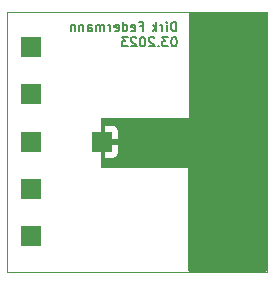
<source format=gbl>
G04 #@! TF.GenerationSoftware,KiCad,Pcbnew,(7.0.0)*
G04 #@! TF.CreationDate,2023-03-10T18:23:16+01:00*
G04 #@! TF.ProjectId,CapacitorBox0805,43617061-6369-4746-9f72-426f78303830,rev?*
G04 #@! TF.SameCoordinates,Original*
G04 #@! TF.FileFunction,Copper,L2,Bot*
G04 #@! TF.FilePolarity,Positive*
%FSLAX46Y46*%
G04 Gerber Fmt 4.6, Leading zero omitted, Abs format (unit mm)*
G04 Created by KiCad (PCBNEW (7.0.0)) date 2023-03-10 18:23:16*
%MOMM*%
%LPD*%
G01*
G04 APERTURE LIST*
%ADD10C,0.150000*%
G04 #@! TA.AperFunction,NonConductor*
%ADD11C,0.150000*%
G04 #@! TD*
G04 #@! TA.AperFunction,ComponentPad*
%ADD12R,1.700000X1.700000*%
G04 #@! TD*
G04 #@! TA.AperFunction,ViaPad*
%ADD13C,0.800000*%
G04 #@! TD*
G04 #@! TA.AperFunction,Profile*
%ADD14C,0.100000*%
G04 #@! TD*
G04 APERTURE END LIST*
D10*
D11*
X115309523Y-101645904D02*
X115309523Y-100845904D01*
X115309523Y-100845904D02*
X115119047Y-100845904D01*
X115119047Y-100845904D02*
X115004761Y-100884000D01*
X115004761Y-100884000D02*
X114928571Y-100960190D01*
X114928571Y-100960190D02*
X114890476Y-101036380D01*
X114890476Y-101036380D02*
X114852380Y-101188761D01*
X114852380Y-101188761D02*
X114852380Y-101303047D01*
X114852380Y-101303047D02*
X114890476Y-101455428D01*
X114890476Y-101455428D02*
X114928571Y-101531619D01*
X114928571Y-101531619D02*
X115004761Y-101607809D01*
X115004761Y-101607809D02*
X115119047Y-101645904D01*
X115119047Y-101645904D02*
X115309523Y-101645904D01*
X114509523Y-101645904D02*
X114509523Y-101112571D01*
X114509523Y-100845904D02*
X114547619Y-100884000D01*
X114547619Y-100884000D02*
X114509523Y-100922095D01*
X114509523Y-100922095D02*
X114471428Y-100884000D01*
X114471428Y-100884000D02*
X114509523Y-100845904D01*
X114509523Y-100845904D02*
X114509523Y-100922095D01*
X114128571Y-101645904D02*
X114128571Y-101112571D01*
X114128571Y-101264952D02*
X114090476Y-101188761D01*
X114090476Y-101188761D02*
X114052381Y-101150666D01*
X114052381Y-101150666D02*
X113976190Y-101112571D01*
X113976190Y-101112571D02*
X113900000Y-101112571D01*
X113633333Y-101645904D02*
X113633333Y-100845904D01*
X113557143Y-101341142D02*
X113328571Y-101645904D01*
X113328571Y-101112571D02*
X113633333Y-101417333D01*
X112239048Y-101226857D02*
X112505714Y-101226857D01*
X112505714Y-101645904D02*
X112505714Y-100845904D01*
X112505714Y-100845904D02*
X112124762Y-100845904D01*
X111515238Y-101607809D02*
X111591429Y-101645904D01*
X111591429Y-101645904D02*
X111743810Y-101645904D01*
X111743810Y-101645904D02*
X111820000Y-101607809D01*
X111820000Y-101607809D02*
X111858096Y-101531619D01*
X111858096Y-101531619D02*
X111858096Y-101226857D01*
X111858096Y-101226857D02*
X111820000Y-101150666D01*
X111820000Y-101150666D02*
X111743810Y-101112571D01*
X111743810Y-101112571D02*
X111591429Y-101112571D01*
X111591429Y-101112571D02*
X111515238Y-101150666D01*
X111515238Y-101150666D02*
X111477143Y-101226857D01*
X111477143Y-101226857D02*
X111477143Y-101303047D01*
X111477143Y-101303047D02*
X111858096Y-101379238D01*
X110791429Y-101645904D02*
X110791429Y-100845904D01*
X110791429Y-101607809D02*
X110867620Y-101645904D01*
X110867620Y-101645904D02*
X111020001Y-101645904D01*
X111020001Y-101645904D02*
X111096191Y-101607809D01*
X111096191Y-101607809D02*
X111134286Y-101569714D01*
X111134286Y-101569714D02*
X111172382Y-101493523D01*
X111172382Y-101493523D02*
X111172382Y-101264952D01*
X111172382Y-101264952D02*
X111134286Y-101188761D01*
X111134286Y-101188761D02*
X111096191Y-101150666D01*
X111096191Y-101150666D02*
X111020001Y-101112571D01*
X111020001Y-101112571D02*
X110867620Y-101112571D01*
X110867620Y-101112571D02*
X110791429Y-101150666D01*
X110105714Y-101607809D02*
X110181905Y-101645904D01*
X110181905Y-101645904D02*
X110334286Y-101645904D01*
X110334286Y-101645904D02*
X110410476Y-101607809D01*
X110410476Y-101607809D02*
X110448572Y-101531619D01*
X110448572Y-101531619D02*
X110448572Y-101226857D01*
X110448572Y-101226857D02*
X110410476Y-101150666D01*
X110410476Y-101150666D02*
X110334286Y-101112571D01*
X110334286Y-101112571D02*
X110181905Y-101112571D01*
X110181905Y-101112571D02*
X110105714Y-101150666D01*
X110105714Y-101150666D02*
X110067619Y-101226857D01*
X110067619Y-101226857D02*
X110067619Y-101303047D01*
X110067619Y-101303047D02*
X110448572Y-101379238D01*
X109724762Y-101645904D02*
X109724762Y-101112571D01*
X109724762Y-101264952D02*
X109686667Y-101188761D01*
X109686667Y-101188761D02*
X109648572Y-101150666D01*
X109648572Y-101150666D02*
X109572381Y-101112571D01*
X109572381Y-101112571D02*
X109496191Y-101112571D01*
X109229524Y-101645904D02*
X109229524Y-101112571D01*
X109229524Y-101188761D02*
X109191429Y-101150666D01*
X109191429Y-101150666D02*
X109115239Y-101112571D01*
X109115239Y-101112571D02*
X109000953Y-101112571D01*
X109000953Y-101112571D02*
X108924762Y-101150666D01*
X108924762Y-101150666D02*
X108886667Y-101226857D01*
X108886667Y-101226857D02*
X108886667Y-101645904D01*
X108886667Y-101226857D02*
X108848572Y-101150666D01*
X108848572Y-101150666D02*
X108772381Y-101112571D01*
X108772381Y-101112571D02*
X108658096Y-101112571D01*
X108658096Y-101112571D02*
X108581905Y-101150666D01*
X108581905Y-101150666D02*
X108543810Y-101226857D01*
X108543810Y-101226857D02*
X108543810Y-101645904D01*
X107820000Y-101645904D02*
X107820000Y-101226857D01*
X107820000Y-101226857D02*
X107858095Y-101150666D01*
X107858095Y-101150666D02*
X107934286Y-101112571D01*
X107934286Y-101112571D02*
X108086667Y-101112571D01*
X108086667Y-101112571D02*
X108162857Y-101150666D01*
X107820000Y-101607809D02*
X107896191Y-101645904D01*
X107896191Y-101645904D02*
X108086667Y-101645904D01*
X108086667Y-101645904D02*
X108162857Y-101607809D01*
X108162857Y-101607809D02*
X108200953Y-101531619D01*
X108200953Y-101531619D02*
X108200953Y-101455428D01*
X108200953Y-101455428D02*
X108162857Y-101379238D01*
X108162857Y-101379238D02*
X108086667Y-101341142D01*
X108086667Y-101341142D02*
X107896191Y-101341142D01*
X107896191Y-101341142D02*
X107820000Y-101303047D01*
X107439047Y-101112571D02*
X107439047Y-101645904D01*
X107439047Y-101188761D02*
X107400952Y-101150666D01*
X107400952Y-101150666D02*
X107324762Y-101112571D01*
X107324762Y-101112571D02*
X107210476Y-101112571D01*
X107210476Y-101112571D02*
X107134285Y-101150666D01*
X107134285Y-101150666D02*
X107096190Y-101226857D01*
X107096190Y-101226857D02*
X107096190Y-101645904D01*
X106715237Y-101112571D02*
X106715237Y-101645904D01*
X106715237Y-101188761D02*
X106677142Y-101150666D01*
X106677142Y-101150666D02*
X106600952Y-101112571D01*
X106600952Y-101112571D02*
X106486666Y-101112571D01*
X106486666Y-101112571D02*
X106410475Y-101150666D01*
X106410475Y-101150666D02*
X106372380Y-101226857D01*
X106372380Y-101226857D02*
X106372380Y-101645904D01*
X115157142Y-102141904D02*
X115080952Y-102141904D01*
X115080952Y-102141904D02*
X115004761Y-102180000D01*
X115004761Y-102180000D02*
X114966666Y-102218095D01*
X114966666Y-102218095D02*
X114928571Y-102294285D01*
X114928571Y-102294285D02*
X114890476Y-102446666D01*
X114890476Y-102446666D02*
X114890476Y-102637142D01*
X114890476Y-102637142D02*
X114928571Y-102789523D01*
X114928571Y-102789523D02*
X114966666Y-102865714D01*
X114966666Y-102865714D02*
X115004761Y-102903809D01*
X115004761Y-102903809D02*
X115080952Y-102941904D01*
X115080952Y-102941904D02*
X115157142Y-102941904D01*
X115157142Y-102941904D02*
X115233333Y-102903809D01*
X115233333Y-102903809D02*
X115271428Y-102865714D01*
X115271428Y-102865714D02*
X115309523Y-102789523D01*
X115309523Y-102789523D02*
X115347619Y-102637142D01*
X115347619Y-102637142D02*
X115347619Y-102446666D01*
X115347619Y-102446666D02*
X115309523Y-102294285D01*
X115309523Y-102294285D02*
X115271428Y-102218095D01*
X115271428Y-102218095D02*
X115233333Y-102180000D01*
X115233333Y-102180000D02*
X115157142Y-102141904D01*
X114623809Y-102141904D02*
X114128571Y-102141904D01*
X114128571Y-102141904D02*
X114395237Y-102446666D01*
X114395237Y-102446666D02*
X114280952Y-102446666D01*
X114280952Y-102446666D02*
X114204761Y-102484761D01*
X114204761Y-102484761D02*
X114166666Y-102522857D01*
X114166666Y-102522857D02*
X114128571Y-102599047D01*
X114128571Y-102599047D02*
X114128571Y-102789523D01*
X114128571Y-102789523D02*
X114166666Y-102865714D01*
X114166666Y-102865714D02*
X114204761Y-102903809D01*
X114204761Y-102903809D02*
X114280952Y-102941904D01*
X114280952Y-102941904D02*
X114509523Y-102941904D01*
X114509523Y-102941904D02*
X114585714Y-102903809D01*
X114585714Y-102903809D02*
X114623809Y-102865714D01*
X113785713Y-102865714D02*
X113747618Y-102903809D01*
X113747618Y-102903809D02*
X113785713Y-102941904D01*
X113785713Y-102941904D02*
X113823809Y-102903809D01*
X113823809Y-102903809D02*
X113785713Y-102865714D01*
X113785713Y-102865714D02*
X113785713Y-102941904D01*
X113442857Y-102218095D02*
X113404761Y-102180000D01*
X113404761Y-102180000D02*
X113328571Y-102141904D01*
X113328571Y-102141904D02*
X113138095Y-102141904D01*
X113138095Y-102141904D02*
X113061904Y-102180000D01*
X113061904Y-102180000D02*
X113023809Y-102218095D01*
X113023809Y-102218095D02*
X112985714Y-102294285D01*
X112985714Y-102294285D02*
X112985714Y-102370476D01*
X112985714Y-102370476D02*
X113023809Y-102484761D01*
X113023809Y-102484761D02*
X113480952Y-102941904D01*
X113480952Y-102941904D02*
X112985714Y-102941904D01*
X112490475Y-102141904D02*
X112414285Y-102141904D01*
X112414285Y-102141904D02*
X112338094Y-102180000D01*
X112338094Y-102180000D02*
X112299999Y-102218095D01*
X112299999Y-102218095D02*
X112261904Y-102294285D01*
X112261904Y-102294285D02*
X112223809Y-102446666D01*
X112223809Y-102446666D02*
X112223809Y-102637142D01*
X112223809Y-102637142D02*
X112261904Y-102789523D01*
X112261904Y-102789523D02*
X112299999Y-102865714D01*
X112299999Y-102865714D02*
X112338094Y-102903809D01*
X112338094Y-102903809D02*
X112414285Y-102941904D01*
X112414285Y-102941904D02*
X112490475Y-102941904D01*
X112490475Y-102941904D02*
X112566666Y-102903809D01*
X112566666Y-102903809D02*
X112604761Y-102865714D01*
X112604761Y-102865714D02*
X112642856Y-102789523D01*
X112642856Y-102789523D02*
X112680952Y-102637142D01*
X112680952Y-102637142D02*
X112680952Y-102446666D01*
X112680952Y-102446666D02*
X112642856Y-102294285D01*
X112642856Y-102294285D02*
X112604761Y-102218095D01*
X112604761Y-102218095D02*
X112566666Y-102180000D01*
X112566666Y-102180000D02*
X112490475Y-102141904D01*
X111919047Y-102218095D02*
X111880951Y-102180000D01*
X111880951Y-102180000D02*
X111804761Y-102141904D01*
X111804761Y-102141904D02*
X111614285Y-102141904D01*
X111614285Y-102141904D02*
X111538094Y-102180000D01*
X111538094Y-102180000D02*
X111499999Y-102218095D01*
X111499999Y-102218095D02*
X111461904Y-102294285D01*
X111461904Y-102294285D02*
X111461904Y-102370476D01*
X111461904Y-102370476D02*
X111499999Y-102484761D01*
X111499999Y-102484761D02*
X111957142Y-102941904D01*
X111957142Y-102941904D02*
X111461904Y-102941904D01*
X111195237Y-102141904D02*
X110699999Y-102141904D01*
X110699999Y-102141904D02*
X110966665Y-102446666D01*
X110966665Y-102446666D02*
X110852380Y-102446666D01*
X110852380Y-102446666D02*
X110776189Y-102484761D01*
X110776189Y-102484761D02*
X110738094Y-102522857D01*
X110738094Y-102522857D02*
X110699999Y-102599047D01*
X110699999Y-102599047D02*
X110699999Y-102789523D01*
X110699999Y-102789523D02*
X110738094Y-102865714D01*
X110738094Y-102865714D02*
X110776189Y-102903809D01*
X110776189Y-102903809D02*
X110852380Y-102941904D01*
X110852380Y-102941904D02*
X111080951Y-102941904D01*
X111080951Y-102941904D02*
X111157142Y-102903809D01*
X111157142Y-102903809D02*
X111195237Y-102865714D01*
D12*
X102999999Y-114999999D03*
X102999999Y-118999999D03*
X102999999Y-102999999D03*
X108999999Y-110999999D03*
X102999999Y-110999999D03*
X102999999Y-106999999D03*
D13*
X119725000Y-116000000D03*
X119725000Y-111000000D03*
X119725000Y-106000000D03*
X119725000Y-118500000D03*
X119725000Y-103500000D03*
X119725000Y-108500000D03*
X119725000Y-113500000D03*
G04 #@! TA.AperFunction,Conductor*
G36*
X122936500Y-100017381D02*
G01*
X122982619Y-100063500D01*
X122999500Y-100126500D01*
X122999500Y-121873500D01*
X122982619Y-121936500D01*
X122936500Y-121982619D01*
X122873500Y-121999500D01*
X116426000Y-121999500D01*
X116363000Y-121982619D01*
X116316881Y-121936500D01*
X116300000Y-121873500D01*
X116300000Y-113266590D01*
X116300000Y-113250000D01*
X116283410Y-113250000D01*
X109026000Y-113250000D01*
X108963000Y-113233119D01*
X108916881Y-113187000D01*
X108900000Y-113124000D01*
X108900000Y-112341410D01*
X109254000Y-112341410D01*
X109257506Y-112354493D01*
X109270590Y-112358000D01*
X109895223Y-112358000D01*
X109901938Y-112357640D01*
X109951257Y-112352337D01*
X109966478Y-112348740D01*
X110087519Y-112303594D01*
X110103175Y-112295045D01*
X110205692Y-112218302D01*
X110218302Y-112205692D01*
X110295045Y-112103175D01*
X110303594Y-112087519D01*
X110348740Y-111966478D01*
X110352337Y-111951257D01*
X110357640Y-111901938D01*
X110358000Y-111895223D01*
X110358000Y-111270590D01*
X110354493Y-111257506D01*
X110341410Y-111254000D01*
X109270590Y-111254000D01*
X109257506Y-111257506D01*
X109254000Y-111270590D01*
X109254000Y-112341410D01*
X108900000Y-112341410D01*
X108900000Y-110729410D01*
X109254000Y-110729410D01*
X109257506Y-110742493D01*
X109270590Y-110746000D01*
X110341410Y-110746000D01*
X110354493Y-110742493D01*
X110358000Y-110729410D01*
X110358000Y-110104777D01*
X110357640Y-110098061D01*
X110352337Y-110048742D01*
X110348740Y-110033521D01*
X110303594Y-109912480D01*
X110295045Y-109896824D01*
X110218302Y-109794307D01*
X110205692Y-109781697D01*
X110103175Y-109704954D01*
X110087519Y-109696405D01*
X109966478Y-109651259D01*
X109951257Y-109647662D01*
X109901938Y-109642359D01*
X109895223Y-109642000D01*
X109270590Y-109642000D01*
X109257506Y-109645506D01*
X109254000Y-109658590D01*
X109254000Y-110729410D01*
X108900000Y-110729410D01*
X108900000Y-109126000D01*
X108916881Y-109063000D01*
X108963000Y-109016881D01*
X109026000Y-109000000D01*
X116383410Y-109000000D01*
X116400000Y-109000000D01*
X116400000Y-100126500D01*
X116416881Y-100063500D01*
X116463000Y-100017381D01*
X116526000Y-100000500D01*
X122873500Y-100000500D01*
X122936500Y-100017381D01*
G37*
G04 #@! TD.AperFunction*
D14*
X101000000Y-100000000D02*
X123000000Y-100000000D01*
X123000000Y-100000000D02*
X123000000Y-122000000D01*
X123000000Y-122000000D02*
X101000000Y-122000000D01*
X101000000Y-100000000D02*
X101000000Y-122000000D01*
M02*

</source>
